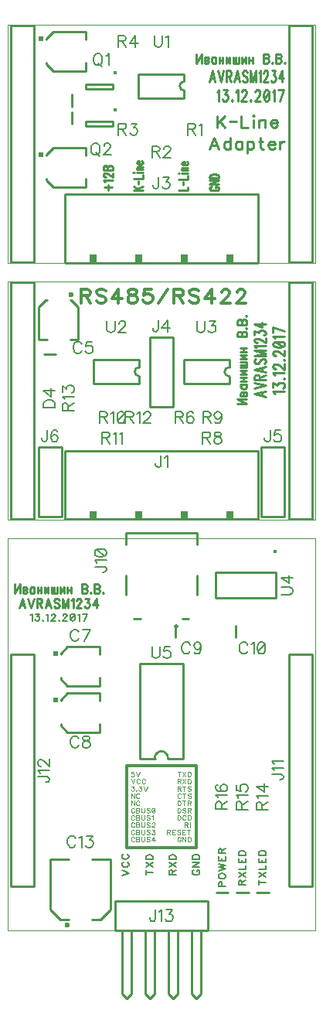
<source format=gbr>
G04 DipTrace 3.1.0.1*
G04 Âåðõíÿÿìàðêèðîâêà.gbr*
%MOIN*%
G04 #@! TF.FileFunction,Legend,Top*
G04 #@! TF.Part,Single*
%ADD10C,0.009843*%
%ADD15C,0.001312*%
%ADD16C,0.012992*%
%ADD17C,0.023676*%
%ADD26C,0.015404*%
%ADD30C,0.023616*%
%ADD34C,0.02362*%
%ADD36C,0.019654*%
%ADD39C,0.015403*%
%ADD89C,0.00772*%
%ADD90C,0.010936*%
%ADD91C,0.008749*%
%ADD92C,0.013123*%
%ADD93C,0.004374*%
%ADD94C,0.006562*%
%FSLAX26Y26*%
G04*
G70*
G90*
G75*
G01*
G04 TopSilk*
%LPD*%
X334646Y3872375D2*
D10*
X334669Y3836943D1*
X334646Y3872375D2*
X194948D1*
X165389Y3842851D2*
X194948Y3872375D1*
X165389Y3842851D2*
X165365Y3836943D1*
X334669Y3738517D2*
X334646Y3703084D1*
X194948D1*
X165389Y3732608D2*
X194948Y3703084D1*
X165365Y3738517D2*
X165389Y3732608D1*
D17*
X143737Y3842859D3*
X334646Y3372318D2*
D10*
X334669Y3336885D1*
X334646Y3372318D2*
X194948D1*
X165389Y3342793D2*
X194948Y3372318D1*
X165389Y3342793D2*
X165365Y3336885D1*
X334669Y3238459D2*
X334646Y3203026D1*
X194948D1*
X165389Y3232551D2*
X194948Y3203026D1*
X165365Y3238459D2*
X165389Y3232551D1*
D17*
X143737Y3342802D3*
X274794Y3600778D2*
D10*
Y3549636D1*
Y3525770D2*
Y3474629D1*
X245238Y2876476D2*
X1079883D1*
Y3171752D1*
X245238D1*
Y2876476D1*
G36*
X351571Y2911230D2*
X383038D1*
Y2879724D1*
X351571D1*
Y2911230D1*
G37*
G36*
X548381D2*
X579847D1*
Y2879724D1*
X548381D1*
Y2911230D1*
G37*
G36*
X745190D2*
X776656D1*
Y2879724D1*
X745190D1*
Y2911230D1*
G37*
G36*
X942167D2*
X973633D1*
Y2879724D1*
X942167D1*
Y2911230D1*
G37*
X111710Y3897530D2*
D10*
X13285D1*
Y2877845D1*
X111710D1*
Y3897530D1*
X1311836D2*
X1213411D1*
Y2877845D1*
X1311836D1*
Y3897530D1*
D26*
X462135Y3696177D3*
X452934Y3646036D2*
D10*
X334829D1*
Y3626350D1*
X452934D1*
Y3646036D1*
D26*
X462135Y3533660D3*
X452934Y3483518D2*
D10*
X334829D1*
Y3463833D1*
X452934D1*
Y3483518D1*
X760988Y3688902D2*
X564133D1*
X760988Y3586526D2*
X564133D1*
Y3688902D2*
Y3586526D1*
X760988Y3657408D2*
Y3688902D1*
Y3618019D2*
Y3586526D1*
Y3657408D2*
G03X760988Y3618019I9J-19694D01*
G01*
X303542Y2546723D2*
X268109Y2546699D1*
X303542Y2546723D2*
Y2686421D1*
X274018Y2715980D2*
X303542Y2686421D1*
X274018Y2715980D2*
X268109Y2716004D1*
X169683Y2546699D2*
X134251Y2546723D1*
Y2686421D1*
X163775Y2715980D2*
X134251Y2686421D1*
X169683Y2716004D2*
X163775Y2715980D1*
D30*
X274026Y2737632D3*
X155822Y2481110D2*
D10*
X206963D1*
X245301Y1770193D2*
X1079946D1*
Y2065469D1*
X245301D1*
Y1770193D1*
G36*
X351634Y1804947D2*
X383101D1*
Y1773441D1*
X351634D1*
Y1804947D1*
G37*
G36*
X548444D2*
X579910D1*
Y1773441D1*
X548444D1*
Y1804947D1*
G37*
G36*
X745253D2*
X776719D1*
Y1773441D1*
X745253D1*
Y1804947D1*
G37*
G36*
X942230D2*
X973696D1*
Y1773441D1*
X942230D1*
Y1804947D1*
G37*
X712698Y2556309D2*
D10*
X612693D1*
Y2256347D1*
X712698D1*
Y2556309D1*
X1193877Y2081350D2*
X1093871D1*
Y1781388D1*
X1193877D1*
Y2081350D1*
X231381D2*
X131375D1*
Y1781388D1*
X231381D1*
Y2081350D1*
X111836Y2791211D2*
X13411D1*
Y1771526D1*
X111836D1*
Y2791211D1*
X1311836D2*
X1213411D1*
Y1771526D1*
X1311836D1*
Y2791211D1*
X567300Y2457507D2*
X370446D1*
X567300Y2355131D2*
X370446D1*
Y2457507D2*
Y2355131D1*
X567300Y2426013D2*
Y2457507D1*
Y2386624D2*
Y2355131D1*
Y2426013D2*
G03X567300Y2386624I9J-19694D01*
G01*
X954800Y2457507D2*
X757946D1*
X954800Y2355131D2*
X757946D1*
Y2457507D2*
Y2355131D1*
X954800Y2426013D2*
Y2457507D1*
Y2386624D2*
Y2355131D1*
Y2426013D2*
G03X954800Y2386624I9J-19694D01*
G01*
X397300Y1222264D2*
X397324Y1186831D1*
X397300Y1222264D2*
X257603D1*
X228043Y1192739D2*
X257603Y1222264D1*
X228043Y1192739D2*
X228020Y1186831D1*
X397324Y1088405D2*
X397300Y1052972D1*
X257603D1*
X228043Y1082497D2*
X257603Y1052972D1*
X228020Y1088405D2*
X228043Y1082497D1*
D17*
X206392Y1192748D3*
X397300Y1022243D2*
D10*
X397324Y986810D1*
X397300Y1022243D2*
X257603D1*
X228043Y992718D2*
X257603Y1022243D1*
X228043Y992718D2*
X228020Y986810D1*
X397324Y888384D2*
X397300Y852951D1*
X257603D1*
X228043Y882476D2*
X257603Y852951D1*
X228020Y888384D2*
X228043Y882476D1*
D17*
X206392Y992727D3*
X721238Y1261928D2*
D10*
Y1313070D1*
X983738Y1261928D2*
Y1313070D1*
X182610Y304921D2*
X263317Y304953D1*
X182610Y304921D2*
Y88415D1*
X225926Y45121D2*
X182610Y88415D1*
X225926Y45121D2*
X263317D1*
X361746Y304953D2*
X442453Y304921D1*
Y88415D1*
X399137Y45121D2*
X442453Y88415D1*
X361746Y45121D2*
X399137D1*
D34*
X255457Y21466D3*
X1074430Y162277D2*
D10*
X1125572D1*
X986930D2*
X1038072D1*
X899525Y162290D2*
X950667D1*
X816043Y1711908D2*
X508955D1*
X816043D2*
Y1662715D1*
Y1529605D2*
Y1445357D1*
X780596Y1341845D2*
X753046D1*
X571951D2*
X544401D1*
X508955Y1445357D2*
Y1529605D1*
Y1662715D2*
Y1711908D1*
D36*
X725496Y1308361D3*
X1312501Y1187519D2*
D10*
X1212499D1*
Y187478D1*
X1312501D1*
Y1187519D1*
X112501D2*
X12499D1*
Y187478D1*
X112501D1*
Y1187519D1*
X462568Y125007D2*
X862581D1*
Y26D1*
X462568D1*
Y125007D1*
X493809Y26D2*
Y-274940D1*
X531330Y26D2*
Y-274940D1*
X493809D2*
X512530Y-294904D1*
X531330Y-274940D2*
X512530Y-294904D1*
X593813Y26D2*
Y-274940D1*
X631334Y26D2*
Y-274940D1*
X593813D2*
X612533Y-294904D1*
X631334Y-274940D2*
X612533Y-294904D1*
X693816Y26D2*
Y-274940D1*
X731337Y26D2*
Y-274940D1*
X693816D2*
X712536Y-294904D1*
X731337Y-274940D2*
X712536Y-294904D1*
X793819Y26D2*
Y-274940D1*
X831340Y26D2*
Y-274940D1*
X793819D2*
X812540Y-294904D1*
X831340Y-274940D2*
X812540Y-294904D1*
D39*
X1153879Y1631866D3*
X1154918Y1542617D2*
D10*
X895089D1*
X1154918Y1432381D2*
X895089D1*
Y1542617D2*
Y1432381D1*
X1154918Y1542617D2*
Y1432381D1*
X757001Y739025D2*
Y1148474D1*
X567997Y739025D2*
Y1148474D1*
X757001D2*
X567997D1*
X757001Y739025D2*
X690066D1*
X634931D2*
X567997D1*
X690066D2*
G03X634931Y739025I-27568J3711D01*
G01*
X-9Y2793875D2*
D15*
X1325130D1*
Y1768768D1*
X-9D1*
Y2793875D1*
Y3900241D2*
X1325130D1*
Y2875134D1*
X-9D1*
Y3900241D1*
X511528Y707776D2*
D16*
X813220D1*
Y356319D1*
X511528D1*
Y707776D1*
X-8Y1687604D2*
D15*
X1325131D1*
Y-73D1*
X-8D1*
Y1687604D1*
X650060Y3244975D2*
D89*
Y3206729D1*
X647683Y3199543D1*
X645251Y3197167D1*
X640498Y3194735D1*
X635690D1*
X630937Y3197167D1*
X628560Y3199543D1*
X626128Y3206729D1*
Y3211482D1*
X670308Y3244920D2*
X696561D1*
X682246Y3225797D1*
X689431D1*
X694184Y3223420D1*
X696561Y3221043D1*
X698993Y3213858D1*
Y3209105D1*
X696561Y3201920D1*
X691807Y3197112D1*
X684622Y3194735D1*
X677437D1*
X670308Y3197112D1*
X667931Y3199543D1*
X665499Y3204297D1*
X383836Y3777112D2*
X379083Y3774790D1*
X374275Y3769982D1*
X371898Y3765173D1*
X369466Y3757988D1*
Y3746050D1*
X371898Y3738865D1*
X374275Y3734112D1*
X379083Y3729303D1*
X383836Y3726927D1*
X393398D1*
X398206Y3729303D1*
X402959Y3734112D1*
X405336Y3738865D1*
X407768Y3746050D1*
Y3757988D1*
X405336Y3765173D1*
X402959Y3769982D1*
X398206Y3774790D1*
X393398Y3777112D1*
X383836D1*
X391021Y3736488D2*
X405336Y3722118D1*
X423207Y3767495D2*
X428016Y3769926D1*
X435201Y3777056D1*
Y3726872D1*
X373086Y3390772D2*
X368333Y3388451D1*
X363525Y3383643D1*
X361148Y3378834D1*
X358716Y3371649D1*
Y3359711D1*
X361148Y3352526D1*
X363525Y3347773D1*
X368333Y3342964D1*
X373086Y3340588D1*
X382648D1*
X387456Y3342964D1*
X392209Y3347773D1*
X394586Y3352526D1*
X397018Y3359711D1*
Y3371649D1*
X394586Y3378834D1*
X392209Y3383643D1*
X387456Y3388451D1*
X382648Y3390772D1*
X373086D1*
X380271Y3350149D2*
X394586Y3335779D1*
X414889Y3378779D2*
Y3381155D1*
X417266Y3385964D1*
X419642Y3388340D1*
X424451Y3390717D1*
X434012D1*
X438765Y3388340D1*
X441142Y3385964D1*
X443574Y3381155D1*
Y3376402D1*
X441142Y3371594D1*
X436389Y3364464D1*
X412457Y3340532D1*
X445951D1*
X775862Y3452573D2*
X797362D1*
X804547Y3455005D1*
X806979Y3457381D1*
X809356Y3462134D1*
Y3466943D1*
X806979Y3471696D1*
X804547Y3474128D1*
X797362Y3476505D1*
X775862D1*
Y3426265D1*
X792609Y3452573D2*
X809356Y3426265D1*
X824795Y3466888D2*
X829603Y3469320D1*
X836788Y3476449D1*
Y3426265D1*
X621245Y3354774D2*
X642745D1*
X649930Y3357206D1*
X652362Y3359582D1*
X654738Y3364335D1*
Y3369144D1*
X652362Y3373897D1*
X649930Y3376329D1*
X642745Y3378705D1*
X621245D1*
Y3328465D1*
X637992Y3354774D2*
X654738Y3328465D1*
X672609Y3366712D2*
Y3369088D1*
X674986Y3373897D1*
X677363Y3376273D1*
X682171Y3378650D1*
X691733D1*
X696486Y3376273D1*
X698863Y3373897D1*
X701294Y3369088D1*
Y3364335D1*
X698863Y3359527D1*
X694109Y3352397D1*
X670178Y3328465D1*
X703671D1*
X477582Y3452573D2*
X499082D1*
X506267Y3455005D1*
X508699Y3457381D1*
X511076Y3462134D1*
Y3466943D1*
X508699Y3471696D1*
X506267Y3474128D1*
X499082Y3476505D1*
X477582D1*
Y3426265D1*
X494329Y3452573D2*
X511076Y3426265D1*
X531323Y3476449D2*
X557576D1*
X543262Y3457326D1*
X550447D1*
X555200Y3454949D1*
X557576Y3452573D1*
X560008Y3445388D1*
Y3440635D1*
X557576Y3433450D1*
X552823Y3428641D1*
X545638Y3426265D1*
X538453D1*
X531323Y3428641D1*
X528947Y3431073D1*
X526515Y3435826D1*
X476394Y3831256D2*
X497894D1*
X505079Y3833688D1*
X507511Y3836064D1*
X509887Y3840818D1*
Y3845626D1*
X507511Y3850379D1*
X505079Y3852811D1*
X497894Y3855188D1*
X476394D1*
Y3804948D1*
X493141Y3831256D2*
X509887Y3804948D1*
X549258D2*
Y3855132D1*
X525327Y3821694D1*
X561197D1*
X632097Y3856606D2*
Y3820736D1*
X634474Y3813551D1*
X639282Y3808798D1*
X646467Y3806366D1*
X651221D1*
X658406Y3808798D1*
X663214Y3813551D1*
X665591Y3820736D1*
Y3856606D1*
X681030Y3846989D2*
X685838Y3849421D1*
X693023Y3856551D1*
Y3806366D1*
X318626Y2524201D2*
X316250Y2528954D1*
X311441Y2533762D1*
X306688Y2536139D1*
X297126D1*
X292318Y2533762D1*
X287565Y2528954D1*
X285133Y2524201D1*
X282756Y2517016D1*
Y2505022D1*
X285133Y2497893D1*
X287565Y2493084D1*
X292318Y2488331D1*
X297126Y2485899D1*
X306688D1*
X311441Y2488331D1*
X316250Y2493084D1*
X318626Y2497893D1*
X362750Y2536084D2*
X338874D1*
X336497Y2514584D1*
X338874Y2516961D1*
X346059Y2519392D1*
X353189D1*
X360374Y2516961D1*
X365182Y2512207D1*
X367559Y2505022D1*
Y2500269D1*
X365182Y2493084D1*
X360374Y2488276D1*
X353189Y2485899D1*
X346059D1*
X338874Y2488276D1*
X336497Y2490708D1*
X334065Y2495461D1*
X153650Y2251060D2*
X203890D1*
Y2267806D1*
X201458Y2274991D1*
X196705Y2279800D1*
X191896Y2282176D1*
X184766Y2284553D1*
X172773D1*
X165588Y2282176D1*
X160835Y2279800D1*
X156026Y2274991D1*
X153650Y2267806D1*
Y2251060D1*
X203890Y2323924D2*
X153705D1*
X187143Y2299992D1*
Y2335862D1*
X660873Y2044932D2*
Y2006685D1*
X658496Y1999500D1*
X656064Y1997124D1*
X651311Y1994692D1*
X646503D1*
X641750Y1997124D1*
X639373Y1999500D1*
X636941Y2006685D1*
Y2011438D1*
X676312Y2035315D2*
X681121Y2037747D1*
X688306Y2044876D1*
Y1994692D1*
X649007Y2629532D2*
Y2591286D1*
X646630Y2584101D1*
X644198Y2581724D1*
X639445Y2579292D1*
X634637D1*
X629884Y2581724D1*
X627507Y2584101D1*
X625075Y2591286D1*
Y2596039D1*
X688378Y2579292D2*
Y2629477D1*
X664446Y2596039D1*
X700316D1*
X1131374Y2154573D2*
Y2116326D1*
X1128997Y2109141D1*
X1126565Y2106765D1*
X1121812Y2104333D1*
X1117003D1*
X1112250Y2106765D1*
X1109874Y2109141D1*
X1107442Y2116326D1*
Y2121079D1*
X1175498Y2154518D2*
X1151621D1*
X1149245Y2133018D1*
X1151621Y2135394D1*
X1158806Y2137826D1*
X1165936D1*
X1173121Y2135394D1*
X1177930Y2130641D1*
X1180306Y2123456D1*
Y2118703D1*
X1177930Y2111518D1*
X1173121Y2106709D1*
X1165936Y2104333D1*
X1158806D1*
X1151621Y2106709D1*
X1149245Y2109141D1*
X1146813Y2113894D1*
X170093Y2154573D2*
Y2116326D1*
X167717Y2109141D1*
X165285Y2106765D1*
X160532Y2104333D1*
X155723D1*
X150970Y2106765D1*
X148594Y2109141D1*
X146162Y2116326D1*
Y2121079D1*
X214218Y2147388D2*
X211841Y2152141D1*
X204656Y2154518D1*
X199903D1*
X192718Y2152141D1*
X187909Y2144956D1*
X185533Y2133018D1*
Y2121079D1*
X187909Y2111518D1*
X192718Y2106709D1*
X199903Y2104333D1*
X202279D1*
X209409Y2106709D1*
X214218Y2111518D1*
X216594Y2118703D1*
Y2121079D1*
X214218Y2128265D1*
X209409Y2133018D1*
X202279Y2135394D1*
X199903D1*
X192718Y2133018D1*
X187909Y2128265D1*
X185533Y2121079D1*
X722626Y2210189D2*
X744126D1*
X751311Y2212621D1*
X753743Y2214997D1*
X756120Y2219751D1*
Y2224559D1*
X753743Y2229312D1*
X751311Y2231744D1*
X744126Y2234121D1*
X722626D1*
Y2183881D1*
X739373Y2210189D2*
X756120Y2183881D1*
X800244Y2226936D2*
X797867Y2231689D1*
X790682Y2234065D1*
X785929D1*
X778744Y2231689D1*
X773936Y2224504D1*
X771559Y2212566D1*
Y2200627D1*
X773936Y2191066D1*
X778744Y2186257D1*
X785929Y2183881D1*
X788306D1*
X795435Y2186257D1*
X800244Y2191066D1*
X802620Y2198251D1*
Y2200627D1*
X800244Y2207812D1*
X795435Y2212566D1*
X788306Y2214942D1*
X785929D1*
X778744Y2212566D1*
X773936Y2207812D1*
X771559Y2200627D1*
X840176Y2122680D2*
X861675D1*
X868860Y2125112D1*
X871292Y2127488D1*
X873669Y2132241D1*
Y2137050D1*
X871292Y2141803D1*
X868860Y2144235D1*
X861675Y2146612D1*
X840176D1*
Y2096372D1*
X856922Y2122680D2*
X873669Y2096372D1*
X901046Y2146556D2*
X893917Y2144180D1*
X891485Y2139426D1*
Y2134618D1*
X893917Y2129865D1*
X898670Y2127433D1*
X908231Y2125056D1*
X915416Y2122680D1*
X920170Y2117871D1*
X922546Y2113118D1*
Y2105933D1*
X920170Y2101180D1*
X917793Y2098748D1*
X910608Y2096372D1*
X901046D1*
X893917Y2098748D1*
X891485Y2101180D1*
X889108Y2105933D1*
Y2113118D1*
X891485Y2117871D1*
X896293Y2122680D1*
X903423Y2125056D1*
X912985Y2127433D1*
X917793Y2129865D1*
X920170Y2134618D1*
Y2139426D1*
X917793Y2144180D1*
X910608Y2146556D1*
X901046D1*
X841336Y2210180D2*
X862836D1*
X870021Y2212612D1*
X872453Y2214988D1*
X874830Y2219741D1*
Y2224550D1*
X872453Y2229303D1*
X870021Y2231735D1*
X862836Y2234112D1*
X841336D1*
Y2183872D1*
X858083Y2210180D2*
X874830Y2183872D1*
X921386Y2217365D2*
X918954Y2210180D1*
X914201Y2205371D1*
X907015Y2202995D1*
X904639D1*
X897454Y2205371D1*
X892701Y2210180D1*
X890269Y2217365D1*
Y2219741D1*
X892701Y2226926D1*
X897454Y2231680D1*
X904639Y2234056D1*
X907015D1*
X914201Y2231680D1*
X918954Y2226926D1*
X921386Y2217365D1*
Y2205371D1*
X918954Y2193433D1*
X914201Y2186248D1*
X907015Y2183872D1*
X902262D1*
X895077Y2186248D1*
X892701Y2191057D1*
X395206Y2210180D2*
X416706D1*
X423891Y2212612D1*
X426323Y2214988D1*
X428699Y2219741D1*
Y2224550D1*
X426323Y2229303D1*
X423891Y2231735D1*
X416706Y2234112D1*
X395206D1*
Y2183872D1*
X411953Y2210180D2*
X428699Y2183872D1*
X444138Y2224495D2*
X448947Y2226926D1*
X456132Y2234056D1*
Y2183872D1*
X485941Y2234056D2*
X478756Y2231680D1*
X473948Y2224495D1*
X471571Y2212556D1*
Y2205371D1*
X473948Y2193433D1*
X478756Y2186248D1*
X485941Y2183872D1*
X490694D1*
X497879Y2186248D1*
X502633Y2193433D1*
X505064Y2205371D1*
Y2212556D1*
X502633Y2224495D1*
X497879Y2231680D1*
X490694Y2234056D1*
X485941D1*
X502633Y2224495D2*
X473948Y2193433D1*
X405956Y2122680D2*
X427456D1*
X434641Y2125112D1*
X437073Y2127488D1*
X439449Y2132241D1*
Y2137050D1*
X437073Y2141803D1*
X434641Y2144235D1*
X427456Y2146612D1*
X405956D1*
Y2096372D1*
X422702Y2122680D2*
X439449Y2096372D1*
X454888Y2136995D2*
X459697Y2139426D1*
X466882Y2146556D1*
Y2096372D1*
X482321Y2136995D2*
X487130Y2139426D1*
X494315Y2146556D1*
Y2096372D1*
X507694Y2210189D2*
X529194D1*
X536379Y2212621D1*
X538811Y2214997D1*
X541187Y2219751D1*
Y2224559D1*
X538811Y2229312D1*
X536379Y2231744D1*
X529194Y2234121D1*
X507694D1*
Y2183881D1*
X524441Y2210189D2*
X541187Y2183881D1*
X556627Y2224504D2*
X561435Y2226936D1*
X568620Y2234065D1*
Y2183881D1*
X586491Y2222127D2*
Y2224504D1*
X588868Y2229312D1*
X591244Y2231689D1*
X596053Y2234065D1*
X605614D1*
X610368Y2231689D1*
X612744Y2229312D1*
X615176Y2224504D1*
Y2219751D1*
X612744Y2214942D1*
X607991Y2207812D1*
X584059Y2183881D1*
X617553D1*
X258840Y2238887D2*
Y2260387D1*
X256408Y2267572D1*
X254031Y2270004D1*
X249278Y2272380D1*
X244470D1*
X239717Y2270004D1*
X237285Y2267572D1*
X234908Y2260387D1*
Y2238887D1*
X285148D1*
X258840Y2255634D2*
X285148Y2272380D1*
X244525Y2287820D2*
X242093Y2292628D1*
X234963Y2299813D1*
X285148D1*
X234963Y2320061D2*
Y2346314D1*
X254087Y2331999D1*
Y2339184D1*
X256463Y2343937D1*
X258840Y2346314D1*
X266025Y2348746D1*
X270778D1*
X277963Y2346314D1*
X282772Y2341561D1*
X285148Y2334376D1*
Y2327190D1*
X282772Y2320061D1*
X280340Y2317684D1*
X275587Y2315252D1*
X427660Y2625211D2*
Y2589341D1*
X430036Y2582156D1*
X434845Y2577403D1*
X442030Y2574971D1*
X446783D1*
X453968Y2577403D1*
X458776Y2582156D1*
X461153Y2589341D1*
Y2625211D1*
X479024Y2613218D2*
Y2615594D1*
X481401Y2620403D1*
X483777Y2622779D1*
X488586Y2625156D1*
X498147D1*
X502901Y2622779D1*
X505277Y2620403D1*
X507709Y2615594D1*
Y2610841D1*
X505277Y2606033D1*
X500524Y2598903D1*
X476592Y2574971D1*
X510086D1*
X815160Y2625211D2*
Y2589341D1*
X817536Y2582156D1*
X822345Y2577403D1*
X829530Y2574971D1*
X834283D1*
X841468Y2577403D1*
X846276Y2582156D1*
X848653Y2589341D1*
Y2625211D1*
X868901Y2625156D2*
X895154D1*
X880839Y2606033D1*
X888024D1*
X892777Y2603656D1*
X895154Y2601280D1*
X897586Y2594095D1*
Y2589341D1*
X895154Y2582156D1*
X890401Y2577348D1*
X883216Y2574971D1*
X876031D1*
X868901Y2577348D1*
X866524Y2579780D1*
X864092Y2584533D1*
X306141Y1283549D2*
X303764Y1288302D1*
X298956Y1293110D1*
X294202Y1295487D1*
X284641D1*
X279832Y1293110D1*
X275079Y1288302D1*
X272647Y1283549D1*
X270271Y1276364D1*
Y1264370D1*
X272647Y1257240D1*
X275079Y1252432D1*
X279832Y1247679D1*
X284641Y1245247D1*
X294202D1*
X298956Y1247679D1*
X303764Y1252432D1*
X306141Y1257240D1*
X331141Y1245247D2*
X355073Y1295432D1*
X321580D1*
X306168Y824055D2*
X303792Y828808D1*
X298983Y833616D1*
X294230Y835993D1*
X284668D1*
X279860Y833616D1*
X275107Y828808D1*
X272675Y824055D1*
X270298Y816869D1*
Y804876D1*
X272675Y797746D1*
X275107Y792938D1*
X279860Y788185D1*
X284668Y785753D1*
X294230D1*
X298983Y788185D1*
X303792Y792938D1*
X306168Y797746D1*
X333546Y835937D2*
X326416Y833561D1*
X323984Y828808D1*
Y823999D1*
X326416Y819246D1*
X331169Y816814D1*
X340731Y814438D1*
X347916Y812061D1*
X352669Y807253D1*
X355046Y802499D1*
Y795314D1*
X352669Y790561D1*
X350292Y788129D1*
X343107Y785753D1*
X333546D1*
X326416Y788129D1*
X323984Y790561D1*
X321607Y795314D1*
Y802499D1*
X323984Y807253D1*
X328793Y812061D1*
X335922Y814438D1*
X345484Y816814D1*
X350292Y819246D1*
X352669Y823999D1*
Y828808D1*
X350292Y833561D1*
X343107Y835937D1*
X333546D1*
X786771Y1229074D2*
X784395Y1233827D1*
X779586Y1238636D1*
X774833Y1241012D1*
X765271D1*
X760463Y1238636D1*
X755710Y1233827D1*
X753278Y1229074D1*
X750901Y1221889D1*
Y1209896D1*
X753278Y1202766D1*
X755710Y1197957D1*
X760463Y1193204D1*
X765271Y1190772D1*
X774833D1*
X779586Y1193204D1*
X784395Y1197957D1*
X786771Y1202766D1*
X833327Y1224266D2*
X830895Y1217081D1*
X826142Y1212272D1*
X818957Y1209896D1*
X816580D1*
X809395Y1212272D1*
X804642Y1217081D1*
X802210Y1224266D1*
Y1226642D1*
X804642Y1233827D1*
X809395Y1238581D1*
X816580Y1240957D1*
X818957D1*
X826142Y1238581D1*
X830895Y1233827D1*
X833327Y1224266D1*
Y1212272D1*
X830895Y1200334D1*
X826142Y1193149D1*
X818957Y1190772D1*
X814204D1*
X807019Y1193149D1*
X804642Y1197957D1*
X1034366Y1229074D2*
X1031990Y1233827D1*
X1027181Y1238636D1*
X1022428Y1241012D1*
X1012867D1*
X1008058Y1238636D1*
X1003305Y1233827D1*
X1000873Y1229074D1*
X998497Y1221889D1*
Y1209896D1*
X1000873Y1202766D1*
X1003305Y1197957D1*
X1008058Y1193204D1*
X1012867Y1190772D1*
X1022428D1*
X1027181Y1193204D1*
X1031990Y1197957D1*
X1034366Y1202766D1*
X1049806Y1231396D2*
X1054614Y1233827D1*
X1061799Y1240957D1*
Y1190772D1*
X1091609Y1240957D2*
X1084423Y1238581D1*
X1079615Y1231396D1*
X1077238Y1219457D1*
Y1212272D1*
X1079615Y1200334D1*
X1084423Y1193149D1*
X1091609Y1190772D1*
X1096362D1*
X1103547Y1193149D1*
X1108300Y1200334D1*
X1110732Y1212272D1*
Y1219457D1*
X1108300Y1231396D1*
X1103547Y1238581D1*
X1096362Y1240957D1*
X1091609D1*
X1108300Y1231396D2*
X1079615Y1200334D1*
X292284Y394766D2*
X289907Y399520D1*
X285099Y404328D1*
X280346Y406705D1*
X270784D1*
X265976Y404328D1*
X261222Y399520D1*
X258790Y394766D1*
X256414Y387581D1*
Y375588D1*
X258790Y368458D1*
X261222Y363650D1*
X265976Y358897D1*
X270784Y356465D1*
X280346D1*
X285099Y358897D1*
X289907Y363650D1*
X292284Y368458D1*
X307723Y397088D2*
X312531Y399520D1*
X319717Y406649D1*
Y356465D1*
X339964Y406649D2*
X366217D1*
X351902Y387526D1*
X359087D1*
X363841Y385150D1*
X366217Y382773D1*
X368649Y375588D1*
Y370835D1*
X366217Y363650D1*
X361464Y358841D1*
X354279Y356465D1*
X347094D1*
X339964Y358841D1*
X337588Y361273D1*
X335156Y366026D1*
X374709Y1566508D2*
X412955D1*
X420140Y1564131D1*
X422517Y1561699D1*
X424949Y1556946D1*
Y1552138D1*
X422517Y1547384D1*
X420140Y1545008D1*
X412955Y1542576D1*
X408202D1*
X384326Y1581947D2*
X381894Y1586755D1*
X374764Y1593940D1*
X424949D1*
X374764Y1623750D2*
X377141Y1616565D1*
X384326Y1611756D1*
X396264Y1609380D1*
X403449D1*
X415387Y1611756D1*
X422572Y1616565D1*
X424949Y1623750D1*
Y1628503D1*
X422572Y1635688D1*
X415387Y1640441D1*
X403449Y1642873D1*
X396264D1*
X384326Y1640441D1*
X377141Y1635688D1*
X374764Y1628503D1*
Y1623750D1*
X384326Y1640441D2*
X415387Y1611756D1*
X1139276Y672032D2*
X1177523D1*
X1184708Y669655D1*
X1187084Y667223D1*
X1189516Y662470D1*
Y657662D1*
X1187084Y652909D1*
X1184708Y650532D1*
X1177523Y648100D1*
X1172770D1*
X1148893Y687471D2*
X1146461Y692280D1*
X1139332Y699465D1*
X1189516D1*
X1148893Y714904D2*
X1146461Y719712D1*
X1139332Y726897D1*
X1189516D1*
X129459Y661282D2*
X167706D1*
X174891Y658905D1*
X177268Y656474D1*
X179699Y651720D1*
Y646912D1*
X177268Y642159D1*
X174891Y639782D1*
X167706Y637350D1*
X162953D1*
X139076Y676721D2*
X136644Y681530D1*
X129515Y688715D1*
X179699D1*
X141453Y706586D2*
X139076D1*
X134268Y708962D1*
X131891Y711339D1*
X129515Y716147D1*
Y725709D1*
X131891Y730462D1*
X134268Y732839D1*
X139076Y735271D1*
X143829D1*
X148638Y732839D1*
X155768Y728086D1*
X179699Y704154D1*
Y737647D1*
X636358Y87589D2*
Y49343D1*
X633981Y42158D1*
X631550Y39781D1*
X626796Y37349D1*
X621988D1*
X617235Y39781D1*
X614858Y42158D1*
X612426Y49343D1*
Y54096D1*
X651797Y77972D2*
X656606Y80404D1*
X663791Y87534D1*
Y37349D1*
X684038Y87534D2*
X710291D1*
X695977Y68411D1*
X703162D1*
X707915Y66034D1*
X710291Y63658D1*
X712723Y56472D1*
Y51719D1*
X710291Y44534D1*
X705538Y39726D1*
X698353Y37349D1*
X691168D1*
X684038Y39726D1*
X681662Y42158D1*
X679230Y46911D1*
X1095411Y518896D2*
Y540395D1*
X1092980Y547580D1*
X1090603Y550012D1*
X1085850Y552389D1*
X1081041D1*
X1076288Y550012D1*
X1073856Y547580D1*
X1071480Y540395D1*
Y518896D1*
X1121720D1*
X1095411Y535642D2*
X1121720Y552389D1*
X1081097Y567828D2*
X1078665Y572637D1*
X1071535Y579822D1*
X1121720D1*
Y619193D2*
X1071535D1*
X1104973Y595261D1*
Y631131D1*
X1008690Y520084D2*
Y541584D1*
X1006258Y548769D1*
X1003882Y551201D1*
X999129Y553577D1*
X994320D1*
X989567Y551201D1*
X987135Y548769D1*
X984759Y541584D1*
Y520084D1*
X1034999D1*
X1008690Y536831D2*
X1034999Y553577D1*
X994376Y569016D2*
X991944Y573825D1*
X984814Y581010D1*
X1034999D1*
X984814Y625134D2*
Y601258D1*
X1006314Y598881D1*
X1003937Y601258D1*
X1001505Y608443D1*
Y615572D1*
X1003937Y622757D1*
X1008690Y627566D1*
X1015875Y629942D1*
X1020629D1*
X1027814Y627566D1*
X1032622Y622757D1*
X1034999Y615572D1*
Y608443D1*
X1032622Y601258D1*
X1030190Y598881D1*
X1025437Y596449D1*
X921285Y521346D2*
Y542846D1*
X918853Y550031D1*
X916476Y552462D1*
X911723Y554839D1*
X906915D1*
X902162Y552463D1*
X899730Y550031D1*
X897353Y542846D1*
Y521346D1*
X947593D1*
X921285Y538092D2*
X947593Y554839D1*
X906970Y570278D2*
X904538Y575087D1*
X897408Y582272D1*
X947593D1*
X904538Y626396D2*
X899785Y624019D1*
X897408Y616834D1*
Y612081D1*
X899785Y604896D1*
X906970Y600088D1*
X918908Y597711D1*
X930846D1*
X940408Y600088D1*
X945216Y604896D1*
X947593Y612081D1*
Y614458D1*
X945216Y621587D1*
X940408Y626396D1*
X933223Y628772D1*
X930846D1*
X923661Y626396D1*
X918908Y621587D1*
X916532Y614458D1*
Y612081D1*
X918908Y604896D1*
X923661Y600088D1*
X930846Y597711D1*
X1178539Y1445098D2*
X1214409D1*
X1221594Y1447474D1*
X1226348Y1452283D1*
X1228779Y1459468D1*
Y1464221D1*
X1226348Y1471406D1*
X1221594Y1476214D1*
X1214409Y1478591D1*
X1178539D1*
X1228779Y1517962D2*
X1178595D1*
X1212033Y1494030D1*
Y1529900D1*
X621286Y1221697D2*
Y1185827D1*
X623662Y1178642D1*
X628471Y1173889D1*
X635656Y1171457D1*
X640409D1*
X647594Y1173889D1*
X652402Y1178642D1*
X654779Y1185827D1*
Y1221697D1*
X698903Y1221642D2*
X675027D1*
X672650Y1200142D1*
X675027Y1202518D1*
X682212Y1204950D1*
X689342D1*
X696527Y1202518D1*
X701335Y1197765D1*
X703712Y1190580D1*
Y1185827D1*
X701335Y1178642D1*
X696527Y1173833D1*
X689342Y1171457D1*
X682212D1*
X675027Y1173833D1*
X672650Y1176265D1*
X670218Y1181018D1*
X902273Y3509916D2*
D90*
Y3459676D1*
X935766Y3509916D2*
X902273Y3476423D1*
X914211Y3488416D2*
X935766Y3459676D1*
X957638Y3484768D2*
X985273D1*
X1007145Y3509916D2*
Y3459676D1*
X1035830D1*
X1057702Y3509916D2*
X1060079Y3507539D1*
X1062511Y3509916D1*
X1060079Y3512348D1*
X1057702Y3509916D1*
X1060079Y3493169D2*
Y3459676D1*
X1084383Y3493169D2*
Y3459676D1*
Y3483608D2*
X1091568Y3490793D1*
X1096377Y3493169D1*
X1103506D1*
X1108315Y3490793D1*
X1110691Y3483608D1*
Y3459676D1*
X1132564Y3478799D2*
X1161248D1*
Y3483608D1*
X1158872Y3488416D1*
X1156495Y3490793D1*
X1151687Y3493169D1*
X1144502D1*
X1139749Y3490793D1*
X1134940Y3485984D1*
X1132564Y3478799D1*
Y3474046D1*
X1134940Y3466861D1*
X1139749Y3462108D1*
X1144502Y3459676D1*
X1151687D1*
X1156495Y3462108D1*
X1161248Y3466861D1*
X542751Y3189478D2*
D91*
X582943D1*
X542751Y3205555D2*
X569546Y3189478D1*
X559951Y3195209D2*
X582943Y3205555D1*
X562869Y3216054D2*
Y3229318D1*
X542751Y3239817D2*
X582943D1*
Y3253586D1*
X542751Y3264084D2*
X544653Y3265225D1*
X542751Y3266393D1*
X540806Y3265225D1*
X542751Y3264084D1*
X556149Y3265225D2*
X582943D1*
X556149Y3276891D2*
X582943D1*
X563798D2*
X558050Y3280340D1*
X556149Y3282648D1*
Y3286070D1*
X558050Y3288378D1*
X563798Y3289519D1*
X582943D1*
X567645Y3300018D2*
Y3313787D1*
X563798D1*
X559951Y3312646D1*
X558050Y3311505D1*
X556149Y3309197D1*
Y3305748D1*
X558050Y3303467D1*
X561897Y3301159D1*
X567645Y3300018D1*
X571447D1*
X577195Y3301159D1*
X580998Y3303467D1*
X582943Y3305748D1*
Y3309197D1*
X580998Y3311505D1*
X577195Y3313787D1*
X737318Y3188683D2*
X777510D1*
Y3202452D1*
X757436Y3212950D2*
Y3226215D1*
X737318Y3236714D2*
X777510D1*
Y3250482D1*
X737318Y3260981D2*
X739219Y3262122D1*
X737318Y3263289D1*
X735373Y3262122D1*
X737318Y3260981D1*
X750716Y3262122D2*
X777510D1*
X750716Y3273788D2*
X777510D1*
X758365D2*
X752617Y3277237D1*
X750716Y3279545D1*
Y3282967D1*
X752617Y3285275D1*
X758365Y3286416D1*
X777510D1*
X762212Y3296915D2*
Y3310683D1*
X758365D1*
X754518Y3309543D1*
X752617Y3308402D1*
X750716Y3306094D1*
Y3302645D1*
X752617Y3300363D1*
X756464Y3298055D1*
X762212Y3296915D1*
X766014D1*
X771762Y3298055D1*
X775565Y3300363D1*
X777510Y3302645D1*
Y3306094D1*
X775565Y3308402D1*
X771762Y3310683D1*
X414805Y3201025D2*
X449249D1*
X432049Y3188985D2*
Y3213096D1*
X419602Y3225344D2*
X417657Y3228037D1*
X411953Y3232060D1*
X452101D1*
X421504Y3245671D2*
X419602D1*
X415755Y3247002D1*
X413854Y3248332D1*
X411953Y3251025D1*
Y3256380D1*
X413854Y3259041D1*
X415755Y3260372D1*
X419602Y3261734D1*
X423405D1*
X427252Y3260372D1*
X432955Y3257711D1*
X452101Y3244309D1*
Y3263065D1*
X411909Y3275314D2*
X452101D1*
Y3287384D1*
X450155Y3291408D1*
X448254Y3292739D1*
X444451Y3294070D1*
X438703D1*
X434857Y3292739D1*
X432955Y3291408D1*
X431054Y3287384D1*
X429109Y3291408D1*
X427207Y3292739D1*
X423405Y3294070D1*
X419558D1*
X415755Y3292739D1*
X413810Y3291408D1*
X411909Y3287384D1*
Y3275314D1*
X431054D2*
Y3287384D1*
X879654Y3204378D2*
X875851Y3203237D1*
X872004Y3200929D1*
X870103Y3198648D1*
Y3194058D1*
X872004Y3191750D1*
X875851Y3189469D1*
X879653Y3188301D1*
X885402Y3187161D1*
X894996D1*
X900700Y3188301D1*
X904547Y3189469D1*
X908349Y3191750D1*
X910295Y3194058D1*
Y3198648D1*
X908349Y3200929D1*
X904547Y3203237D1*
X900700Y3204378D1*
X894996D1*
Y3198648D1*
X870103Y3230954D2*
X910295D1*
X870103Y3214877D1*
X910295D1*
X870103Y3241452D2*
X910295D1*
Y3249491D1*
X908349Y3252940D1*
X904547Y3255248D1*
X900700Y3256388D1*
X894996Y3257529D1*
X885402D1*
X879654Y3256388D1*
X875851Y3255248D1*
X872004Y3252940D1*
X870103Y3249491D1*
Y3241452D1*
X894000Y3653446D2*
D90*
X882493Y3703686D1*
X871019Y3653446D1*
X875330Y3670193D2*
X889689D1*
X907124Y3703686D2*
X918598Y3653446D1*
X930072Y3703686D1*
X943195Y3679755D2*
X956095D1*
X960406Y3682186D1*
X961865Y3684563D1*
X963291Y3689316D1*
Y3694125D1*
X961865Y3698878D1*
X960406Y3701310D1*
X956095Y3703686D1*
X943195D1*
Y3653446D1*
X953243Y3679755D2*
X963291Y3653446D1*
X999395D2*
X987888Y3703686D1*
X976414Y3653446D1*
X980725Y3670193D2*
X995084D1*
X1032615Y3696501D2*
X1029763Y3701310D1*
X1025452Y3703686D1*
X1019715D1*
X1015404Y3701310D1*
X1012519Y3696501D1*
Y3691748D1*
X1013978Y3686940D1*
X1015404Y3684563D1*
X1018256Y3682186D1*
X1026878Y3677378D1*
X1029763Y3675001D1*
X1031189Y3672570D1*
X1032615Y3667816D1*
Y3660631D1*
X1029763Y3655878D1*
X1025452Y3653446D1*
X1019715D1*
X1015404Y3655878D1*
X1012519Y3660631D1*
X1068686Y3653446D2*
Y3703686D1*
X1057212Y3653446D1*
X1045738Y3703686D1*
Y3653446D1*
X1081809Y3694069D2*
X1084694Y3696501D1*
X1089005Y3703631D1*
Y3653446D1*
X1103588Y3691693D2*
Y3694069D1*
X1105014Y3698878D1*
X1106440Y3701254D1*
X1109325Y3703631D1*
X1115062D1*
X1117914Y3701254D1*
X1119340Y3698878D1*
X1120799Y3694069D1*
Y3689316D1*
X1119340Y3684508D1*
X1116488Y3677378D1*
X1102129Y3653446D1*
X1122225D1*
X1138233Y3703631D2*
X1153985D1*
X1145396Y3684508D1*
X1149707D1*
X1152559Y3682131D1*
X1153985Y3679755D1*
X1155444Y3672570D1*
Y3667816D1*
X1153985Y3660631D1*
X1151133Y3655823D1*
X1146822Y3653446D1*
X1142511D1*
X1138233Y3655823D1*
X1136807Y3658255D1*
X1135348Y3663008D1*
X1182927Y3653446D2*
Y3703631D1*
X1168568Y3670193D1*
X1190090D1*
X902273Y3612811D2*
X905638Y3615243D1*
X910668Y3622373D1*
Y3572188D1*
X929344Y3622373D2*
X947722D1*
X937701Y3603249D1*
X942731D1*
X946058Y3600873D1*
X947722Y3598496D1*
X949424Y3591311D1*
Y3586558D1*
X947722Y3579373D1*
X944394Y3574564D1*
X939365Y3572188D1*
X934335D1*
X929344Y3574564D1*
X927681Y3576996D1*
X925979Y3581749D1*
X966398Y3576996D2*
X964734Y3574564D1*
X966398Y3572188D1*
X968100Y3574564D1*
X966398Y3576996D1*
X983411Y3612811D2*
X986777Y3615243D1*
X991806Y3622373D1*
Y3572188D1*
X1008819Y3610434D2*
Y3612811D1*
X1010483Y3617619D1*
X1012147Y3619996D1*
X1015512Y3622373D1*
X1022206D1*
X1025533Y3619996D1*
X1027196Y3617619D1*
X1028899Y3612811D1*
Y3608058D1*
X1027196Y3603249D1*
X1023869Y3596120D1*
X1007117Y3572188D1*
X1030562D1*
X1047537Y3576996D2*
X1045873Y3574564D1*
X1047537Y3572188D1*
X1049239Y3574564D1*
X1047537Y3576996D1*
X1066252Y3610434D2*
Y3612811D1*
X1067915Y3617619D1*
X1069579Y3619996D1*
X1072945Y3622373D1*
X1079638D1*
X1082965Y3619996D1*
X1084629Y3617619D1*
X1086331Y3612811D1*
Y3608058D1*
X1084629Y3603249D1*
X1081302Y3596120D1*
X1064549Y3572188D1*
X1087995D1*
X1113364Y3622373D2*
X1108335Y3619996D1*
X1104969Y3612811D1*
X1103305Y3600873D1*
Y3593688D1*
X1104969Y3581749D1*
X1108335Y3574564D1*
X1113364Y3572188D1*
X1116692D1*
X1121721Y3574564D1*
X1125048Y3581749D1*
X1126751Y3593688D1*
Y3600873D1*
X1125048Y3612811D1*
X1121721Y3619996D1*
X1116692Y3622373D1*
X1113364D1*
X1125048Y3612811D2*
X1104969Y3581749D1*
X1142061Y3612811D2*
X1145427Y3615243D1*
X1150457Y3622373D1*
Y3572188D1*
X1172460D2*
X1189213Y3622373D1*
X1165767D1*
X909321Y3365916D2*
X890143Y3416156D1*
X871019Y3365916D1*
X878204Y3382663D2*
X902136D1*
X959878Y3416156D2*
Y3365916D1*
Y3392224D2*
X955125Y3397033D1*
X950317Y3399409D1*
X943132D1*
X938378Y3397033D1*
X933570Y3392224D1*
X931193Y3385039D1*
Y3380286D1*
X933570Y3373101D1*
X938378Y3368348D1*
X943132Y3365916D1*
X950317D1*
X955125Y3368348D1*
X959878Y3373101D1*
X1010435Y3399409D2*
Y3365916D1*
Y3392224D2*
X1005682Y3397033D1*
X1000874Y3399409D1*
X993744D1*
X988935Y3397033D1*
X984182Y3392224D1*
X981750Y3385039D1*
Y3380286D1*
X984182Y3373101D1*
X988935Y3368348D1*
X993744Y3365916D1*
X1000874D1*
X1005682Y3368348D1*
X1010435Y3373101D1*
X1032308Y3399409D2*
Y3349169D1*
Y3392224D2*
X1037116Y3396978D1*
X1041869Y3399409D1*
X1049054D1*
X1053863Y3396978D1*
X1058616Y3392224D1*
X1061048Y3385039D1*
Y3380231D1*
X1058616Y3373101D1*
X1053863Y3368293D1*
X1049054Y3365916D1*
X1041869D1*
X1037116Y3368293D1*
X1032308Y3373101D1*
X1090105Y3416156D2*
Y3375478D1*
X1092482Y3368348D1*
X1097290Y3365916D1*
X1102043D1*
X1082920Y3399409D2*
X1099667D1*
X1123916Y3385039D2*
X1152600D1*
Y3389848D1*
X1150224Y3394656D1*
X1147847Y3397033D1*
X1143039Y3399409D1*
X1135854D1*
X1131101Y3397033D1*
X1126292Y3392224D1*
X1123916Y3385039D1*
Y3380286D1*
X1126292Y3373101D1*
X1131101Y3368348D1*
X1135854Y3365916D1*
X1143039D1*
X1147847Y3368348D1*
X1152600Y3373101D1*
X1174473Y3399409D2*
Y3365916D1*
Y3385039D2*
X1176905Y3392224D1*
X1181658Y3397033D1*
X1186466Y3399409D1*
X1193651D1*
X835105Y3776157D2*
D91*
Y3735965D1*
Y3776157D2*
X813670Y3735965D1*
Y3776157D2*
Y3735965D1*
X849104Y3762760D2*
Y3735965D1*
X859432D1*
X862899Y3737247D1*
X864031Y3738529D1*
X865163Y3741050D1*
Y3744896D1*
X864031Y3747461D1*
X862899Y3748743D1*
X859432Y3749981D1*
X862899Y3751308D1*
X864031Y3752546D1*
X865163Y3755110D1*
Y3757675D1*
X864031Y3760195D1*
X862899Y3761477D1*
X859432Y3762760D1*
X849104D1*
Y3749981D2*
X859432D1*
X897519Y3762760D2*
Y3735965D1*
Y3757012D2*
X894477Y3760858D1*
X891400Y3762760D1*
X886837D1*
X883760Y3760858D1*
X880717Y3757012D1*
X879161Y3751264D1*
Y3747461D1*
X880717Y3741713D1*
X883760Y3737910D1*
X886837Y3735965D1*
X891400D1*
X894477Y3737910D1*
X897519Y3741713D1*
X911518Y3762760D2*
Y3735965D1*
X927577Y3762760D2*
Y3735965D1*
X911518Y3749981D2*
X927577D1*
X957634Y3762760D2*
Y3735965D1*
Y3762760D2*
X941575Y3735965D1*
Y3762760D2*
Y3735965D1*
X971632D2*
Y3762760D1*
X994589D2*
Y3735965D1*
X983093Y3762760D2*
Y3735965D1*
X971632D2*
X994589D1*
X1024647Y3762760D2*
Y3735965D1*
Y3762760D2*
X1008587Y3735965D1*
Y3762760D2*
Y3735965D1*
X1038645Y3762760D2*
Y3735965D1*
X1054704Y3762760D2*
Y3735965D1*
X1038645Y3749981D2*
X1054704D1*
X1103924Y3776157D2*
Y3735965D1*
X1117719D1*
X1122318Y3737910D1*
X1123839Y3739812D1*
X1125360Y3743614D1*
Y3749362D1*
X1123839Y3753209D1*
X1122318Y3755110D1*
X1117719Y3757012D1*
X1122318Y3758957D1*
X1123839Y3760858D1*
X1125360Y3764661D1*
Y3768508D1*
X1123839Y3772310D1*
X1122318Y3774256D1*
X1117719Y3776157D1*
X1103924D1*
Y3757012D2*
X1117719D1*
X1140879Y3739812D2*
X1139358Y3737866D1*
X1140879Y3735965D1*
X1142435Y3737866D1*
X1140879Y3739812D1*
X1156434Y3776157D2*
Y3735965D1*
X1170229D1*
X1174827Y3737910D1*
X1176348Y3739812D1*
X1177869Y3743614D1*
Y3749362D1*
X1176348Y3753209D1*
X1174827Y3755110D1*
X1170229Y3757012D1*
X1174827Y3758957D1*
X1176348Y3760858D1*
X1177869Y3764661D1*
Y3768508D1*
X1176348Y3772310D1*
X1174827Y3774256D1*
X1170229Y3776157D1*
X1156434D1*
Y3757012D2*
X1170229D1*
X1193389Y3739812D2*
X1191868Y3737866D1*
X1193389Y3735965D1*
X1194945Y3737866D1*
X1193389Y3739812D1*
X1153543Y2311884D2*
D90*
X1151112Y2315250D1*
X1143982Y2320280D1*
X1194167D1*
X1143982Y2338956D2*
Y2357333D1*
X1163105Y2347313D1*
Y2352342D1*
X1165482Y2355670D1*
X1167858Y2357333D1*
X1175043Y2359035D1*
X1179797D1*
X1186982Y2357333D1*
X1191790Y2354006D1*
X1194167Y2348976D1*
Y2343947D1*
X1191790Y2338956D1*
X1189358Y2337292D1*
X1184605Y2335590D1*
X1189358Y2376010D2*
X1191790Y2374346D1*
X1194167Y2376010D1*
X1191790Y2377712D1*
X1189358Y2376010D1*
X1153543Y2393023D2*
X1151112Y2396388D1*
X1143982Y2401418D1*
X1194167D1*
X1155920Y2418431D2*
X1153543D1*
X1148735Y2420095D1*
X1146358Y2421758D1*
X1143982Y2425124D1*
Y2431817D1*
X1146358Y2435144D1*
X1148735Y2436808D1*
X1153543Y2438510D1*
X1158297D1*
X1163105Y2436808D1*
X1170235Y2433481D1*
X1194167Y2416729D1*
Y2440174D1*
X1189358Y2457148D2*
X1191790Y2455484D1*
X1194167Y2457148D1*
X1191790Y2458850D1*
X1189358Y2457148D1*
X1155920Y2475863D2*
X1153543D1*
X1148735Y2477527D1*
X1146358Y2479191D1*
X1143982Y2482556D1*
Y2489250D1*
X1146358Y2492577D1*
X1148735Y2494240D1*
X1153543Y2495943D1*
X1158297D1*
X1163105Y2494240D1*
X1170235Y2490913D1*
X1194167Y2474161D1*
Y2497606D1*
X1143982Y2522976D2*
X1146358Y2517946D1*
X1153543Y2514581D1*
X1165482Y2512917D1*
X1172667D1*
X1184605Y2514581D1*
X1191790Y2517946D1*
X1194167Y2522976D1*
Y2526303D1*
X1191790Y2531333D1*
X1184605Y2534660D1*
X1172667Y2536362D1*
X1165482D1*
X1153543Y2534660D1*
X1146358Y2531333D1*
X1143982Y2526303D1*
Y2522976D1*
X1153543Y2534660D2*
X1184605Y2514581D1*
X1153543Y2551673D2*
X1151112Y2555039D1*
X1143982Y2560068D1*
X1194167D1*
Y2582072D2*
X1143982Y2598824D1*
Y2575379D1*
X315937Y2733650D2*
D92*
X341737D1*
X350359Y2736568D1*
X353277Y2739420D1*
X356129Y2745124D1*
Y2750894D1*
X353277Y2756598D1*
X350359Y2759516D1*
X341737Y2762368D1*
X315937D1*
Y2702080D1*
X336033Y2733650D2*
X356129Y2702080D1*
X422568Y2753746D2*
X416864Y2759516D1*
X408242Y2762368D1*
X396768D1*
X388146Y2759516D1*
X382376Y2753746D1*
Y2748042D1*
X385294Y2742272D1*
X388146Y2739420D1*
X393850Y2736568D1*
X411094Y2730798D1*
X416864Y2727946D1*
X419716Y2725028D1*
X422568Y2719324D1*
Y2710702D1*
X416864Y2704998D1*
X408242Y2702080D1*
X396768D1*
X388146Y2704998D1*
X382376Y2710702D1*
X477533Y2702080D2*
Y2762302D1*
X448814Y2722176D1*
X491858D1*
X532431Y2762302D2*
X523875Y2759450D1*
X520957Y2753746D1*
Y2747976D1*
X523875Y2742272D1*
X529579Y2739354D1*
X541053Y2736502D1*
X549675Y2733650D1*
X555379Y2727880D1*
X558231Y2722176D1*
Y2713554D1*
X555379Y2707850D1*
X552527Y2704932D1*
X543905Y2702080D1*
X532431D1*
X523875Y2704932D1*
X520957Y2707850D1*
X518105Y2713554D1*
Y2722176D1*
X520957Y2727880D1*
X526727Y2733650D1*
X535283Y2736502D1*
X546757Y2739354D1*
X552527Y2742272D1*
X555379Y2747976D1*
Y2753746D1*
X552527Y2759450D1*
X543905Y2762302D1*
X532431D1*
X618899D2*
X590248D1*
X587396Y2736502D1*
X590248Y2739354D1*
X598870Y2742272D1*
X607425D1*
X616047Y2739354D1*
X621818Y2733650D1*
X624669Y2725028D1*
Y2719324D1*
X621818Y2710702D1*
X616047Y2704932D1*
X607425Y2702080D1*
X598870D1*
X590248Y2704932D1*
X587396Y2707850D1*
X584477Y2713554D1*
X650916Y2702080D2*
X691108Y2762302D1*
X717355Y2733650D2*
X743155D1*
X751777Y2736568D1*
X754695Y2739420D1*
X757547Y2745124D1*
Y2750894D1*
X754695Y2756598D1*
X751777Y2759516D1*
X743155Y2762368D1*
X717355D1*
Y2702080D1*
X737451Y2733650D2*
X757547Y2702080D1*
X823986Y2753746D2*
X818282Y2759516D1*
X809660Y2762368D1*
X798186D1*
X789564Y2759516D1*
X783794Y2753746D1*
Y2748042D1*
X786712Y2742272D1*
X789564Y2739420D1*
X795268Y2736568D1*
X812512Y2730798D1*
X818282Y2727946D1*
X821134Y2725028D1*
X823986Y2719324D1*
Y2710702D1*
X818282Y2704998D1*
X809660Y2702080D1*
X798186D1*
X789564Y2704998D1*
X783794Y2710702D1*
X878950Y2702080D2*
Y2762302D1*
X850232Y2722176D1*
X893276D1*
X922441Y2747976D2*
Y2750828D1*
X925293Y2756598D1*
X928145Y2759450D1*
X933915Y2762302D1*
X945389D1*
X951093Y2759450D1*
X953945Y2756598D1*
X956863Y2750828D1*
Y2745124D1*
X953945Y2739354D1*
X948241Y2730798D1*
X919523Y2702080D1*
X959715D1*
X988880Y2747976D2*
Y2750828D1*
X991732Y2756598D1*
X994584Y2759450D1*
X1000354Y2762302D1*
X1011828D1*
X1017532Y2759450D1*
X1020384Y2756598D1*
X1023302Y2750828D1*
Y2745124D1*
X1020384Y2739354D1*
X1014680Y2730798D1*
X985962Y2702080D1*
X1026154D1*
X1112912Y2322432D2*
D90*
X1062672Y2310925D1*
X1112912Y2299451D1*
X1096165Y2303762D2*
Y2318121D1*
X1062672Y2335556D2*
X1112912Y2347029D1*
X1062672Y2358503D1*
X1086604Y2371627D2*
Y2384527D1*
X1084172Y2388838D1*
X1081795Y2390297D1*
X1077042Y2391723D1*
X1072234D1*
X1067480Y2390297D1*
X1065049Y2388838D1*
X1062672Y2384527D1*
Y2371627D1*
X1112912D1*
X1086604Y2381675D2*
X1112912Y2391723D1*
Y2427827D2*
X1062672Y2416320D1*
X1112912Y2404846D1*
X1096165Y2409157D2*
Y2423516D1*
X1069857Y2461047D2*
X1065049Y2458195D1*
X1062672Y2453884D1*
Y2448147D1*
X1065049Y2443836D1*
X1069857Y2440951D1*
X1074610D1*
X1079419Y2442410D1*
X1081795Y2443836D1*
X1084172Y2446687D1*
X1088980Y2455310D1*
X1091357Y2458195D1*
X1093789Y2459621D1*
X1098542Y2461047D1*
X1105727D1*
X1110480Y2458195D1*
X1112912Y2453884D1*
Y2448147D1*
X1110480Y2443836D1*
X1105727Y2440951D1*
X1112912Y2497118D2*
X1062672D1*
X1112912Y2485644D1*
X1062672Y2474170D1*
X1112912D1*
X1072289Y2510241D2*
X1069857Y2513126D1*
X1062727Y2517437D1*
X1112912D1*
X1074665Y2532020D2*
X1072289D1*
X1067480Y2533446D1*
X1065104Y2534872D1*
X1062727Y2537757D1*
Y2543494D1*
X1065104Y2546346D1*
X1067480Y2547772D1*
X1072289Y2549231D1*
X1077042D1*
X1081850Y2547772D1*
X1088980Y2544920D1*
X1112912Y2530561D1*
Y2550657D1*
X1062727Y2566665D2*
Y2582417D1*
X1081850Y2573828D1*
Y2578139D1*
X1084227Y2580991D1*
X1086604Y2582417D1*
X1093789Y2583876D1*
X1098542D1*
X1105727Y2582417D1*
X1110535Y2579565D1*
X1112912Y2575254D1*
Y2570943D1*
X1110535Y2566665D1*
X1108104Y2565239D1*
X1103350Y2563780D1*
X1112912Y2611358D2*
X1062727D1*
X1096165Y2596999D1*
Y2618521D1*
X990201Y2288540D2*
D91*
X1030393D1*
X990201D2*
X1030393Y2267104D1*
X990201D2*
X1030393D1*
X1003599Y2302538D2*
X1030393D1*
Y2312867D1*
X1029111Y2316333D1*
X1027829Y2317465D1*
X1025309Y2318597D1*
X1021462D1*
X1018897Y2317465D1*
X1017615Y2316333D1*
X1016377Y2312867D1*
X1015051Y2316333D1*
X1013813Y2317465D1*
X1011248Y2318597D1*
X1008684D1*
X1006163Y2317465D1*
X1004881Y2316333D1*
X1003599Y2312867D1*
Y2302538D1*
X1016377D2*
Y2312867D1*
X1003599Y2350954D2*
X1030393D1*
X1009347D2*
X1005500Y2347912D1*
X1003599Y2344834D1*
Y2340271D1*
X1005500Y2337194D1*
X1009347Y2334152D1*
X1015095Y2332595D1*
X1018897D1*
X1024645Y2334152D1*
X1028448Y2337194D1*
X1030393Y2340271D1*
Y2344834D1*
X1028448Y2347912D1*
X1024645Y2350954D1*
X1003599Y2364952D2*
X1030393D1*
X1003599Y2381011D2*
X1030393D1*
X1016377Y2364952D2*
Y2381011D1*
X1003599Y2411069D2*
X1030393D1*
X1003599D2*
X1030393Y2395009D1*
X1003599D2*
X1030393D1*
Y2425067D2*
X1003599D1*
Y2448024D2*
X1030393D1*
X1003599Y2436527D2*
X1030393D1*
Y2425067D2*
Y2448024D1*
X1003599Y2478081D2*
X1030393D1*
X1003599D2*
X1030393Y2462022D1*
X1003599D2*
X1030393D1*
X1003599Y2492079D2*
X1030393D1*
X1003599Y2508138D2*
X1030393D1*
X1016377Y2492079D2*
Y2508138D1*
X990201Y2557358D2*
X1030393D1*
Y2571154D1*
X1028448Y2575752D1*
X1026547Y2577273D1*
X1022744Y2578794D1*
X1016996D1*
X1013149Y2577273D1*
X1011248Y2575752D1*
X1009347Y2571154D1*
X1007401Y2575752D1*
X1005500Y2577273D1*
X1001697Y2578794D1*
X997851D1*
X994048Y2577273D1*
X992103Y2575752D1*
X990201Y2571154D1*
Y2557358D1*
X1009347D2*
Y2571154D1*
X1026547Y2594313D2*
X1028492Y2592792D1*
X1030393Y2594313D1*
X1028492Y2595870D1*
X1026547Y2594313D1*
X990201Y2609868D2*
X1030393D1*
Y2623663D1*
X1028448Y2628262D1*
X1026547Y2629783D1*
X1022744Y2631304D1*
X1016996D1*
X1013149Y2629783D1*
X1011248Y2628262D1*
X1009347Y2623663D1*
X1007401Y2628262D1*
X1005500Y2629783D1*
X1001697Y2631304D1*
X997851D1*
X994048Y2629783D1*
X992103Y2628262D1*
X990201Y2623663D1*
Y2609868D1*
X1009347D2*
Y2623663D1*
X1026547Y2646823D2*
X1028492Y2645302D1*
X1030393Y2646823D1*
X1028492Y2648379D1*
X1026547Y2646823D1*
X531170Y651099D2*
D93*
X538819Y631003D1*
X546469Y651099D1*
X569566Y646324D2*
X568615Y648225D1*
X566692Y650149D1*
X564790Y651099D1*
X560966D1*
X559042Y650149D1*
X557141Y648225D1*
X556168Y646324D1*
X555218Y643450D1*
Y638653D1*
X556168Y635801D1*
X557141Y633877D1*
X559042Y631976D1*
X560966Y631003D1*
X564790D1*
X566692Y631976D1*
X568615Y633877D1*
X569566Y635801D1*
X592663Y646324D2*
X591712Y648225D1*
X589789Y650149D1*
X587887Y651099D1*
X584063D1*
X582139Y650149D1*
X580238Y648225D1*
X579265Y646324D1*
X578315Y643450D1*
Y638653D1*
X579265Y635801D1*
X580238Y633877D1*
X582139Y631976D1*
X584063Y631003D1*
X587887D1*
X589789Y631976D1*
X591712Y633877D1*
X592663Y635801D1*
X542644Y682331D2*
X533094D1*
X532143Y673731D1*
X533094Y674681D1*
X535968Y675654D1*
X538819D1*
X541693Y674681D1*
X543617Y672780D1*
X544568Y669906D1*
Y668005D1*
X543617Y665131D1*
X541693Y663207D1*
X538819Y662257D1*
X535968D1*
X533094Y663207D1*
X532143Y664180D1*
X531170Y666081D1*
X553316Y682353D2*
X560966Y662257D1*
X568615Y682353D1*
X533094Y619824D2*
X543595D1*
X537869Y612175D1*
X540743D1*
X542644Y611224D1*
X543595Y610274D1*
X544568Y607399D1*
Y605498D1*
X543595Y602624D1*
X541693Y600701D1*
X538819Y599750D1*
X535945D1*
X533094Y600701D1*
X532143Y601674D1*
X531170Y603575D1*
X554267Y601674D2*
X553316Y600701D1*
X554267Y599750D1*
X555240Y600701D1*
X554267Y601674D1*
X565912Y619824D2*
X576413D1*
X570687Y612175D1*
X573561D1*
X575463Y611224D1*
X576413Y610274D1*
X577386Y607399D1*
Y605498D1*
X576413Y602624D1*
X574512Y600701D1*
X571638Y599750D1*
X568764D1*
X565912Y600701D1*
X564961Y601674D1*
X563989Y603575D1*
X586135Y619846D2*
X593784Y599750D1*
X601434Y619846D1*
X544568Y588593D2*
Y568497D1*
X531170Y588593D1*
Y568497D1*
X567664Y583818D2*
X566714Y585719D1*
X564790Y587642D1*
X562889Y588593D1*
X559064D1*
X557141Y587642D1*
X555240Y585719D1*
X554267Y583818D1*
X553316Y580944D1*
Y576146D1*
X554267Y573294D1*
X555240Y571371D1*
X557141Y569470D1*
X559064Y568497D1*
X562889D1*
X564790Y569470D1*
X566714Y571371D1*
X567664Y573294D1*
X544568Y557340D2*
Y537244D1*
X531170Y557340D1*
Y537244D1*
X567664Y552564D2*
X566714Y554466D1*
X564790Y556389D1*
X562889Y557340D1*
X559064D1*
X557141Y556389D1*
X555240Y554466D1*
X554267Y552564D1*
X553316Y549690D1*
Y544893D1*
X554267Y542041D1*
X555240Y540118D1*
X557141Y538216D1*
X559064Y537244D1*
X562889D1*
X564790Y538216D1*
X566714Y540118D1*
X567664Y542041D1*
X545518Y521311D2*
X544568Y523212D1*
X542644Y525136D1*
X540743Y526086D1*
X536918D1*
X534995Y525136D1*
X533094Y523212D1*
X532121Y521311D1*
X531170Y518437D1*
Y513640D1*
X532121Y510788D1*
X533094Y508864D1*
X534995Y506963D1*
X536918Y505990D1*
X540743D1*
X542644Y506963D1*
X544568Y508864D1*
X545518Y510788D1*
X554267Y526086D2*
Y505990D1*
X562889D1*
X565763Y506963D1*
X566714Y507914D1*
X567664Y509815D1*
Y512689D1*
X566714Y514612D1*
X565763Y515563D1*
X562889Y516514D1*
X565763Y517486D1*
X566714Y518437D1*
X567664Y520338D1*
Y522262D1*
X566714Y524163D1*
X565763Y525136D1*
X562889Y526086D1*
X554267D1*
Y516514D2*
X562889D1*
X576413Y526086D2*
Y511738D1*
X577364Y508864D1*
X579287Y506963D1*
X582161Y505990D1*
X584063D1*
X586937Y506963D1*
X588860Y508864D1*
X589811Y511738D1*
Y526086D1*
X611957Y523212D2*
X610056Y525136D1*
X607182Y526086D1*
X603357D1*
X600483Y525136D1*
X598560Y523212D1*
Y521311D1*
X599532Y519388D1*
X600483Y518437D1*
X602384Y517486D1*
X608132Y515563D1*
X610056Y514612D1*
X611006Y513640D1*
X611957Y511738D1*
Y508864D1*
X610056Y506963D1*
X607182Y505990D1*
X603357D1*
X600483Y506963D1*
X598560Y508864D1*
X626454Y526064D2*
X623580Y525114D1*
X621656Y522240D1*
X620706Y517464D1*
Y514590D1*
X621656Y509815D1*
X623580Y506941D1*
X626454Y505990D1*
X628355D1*
X631229Y506941D1*
X633130Y509815D1*
X634103Y514590D1*
Y517464D1*
X633130Y522240D1*
X631229Y525114D1*
X628355Y526064D1*
X626454D1*
X633130Y522240D2*
X621656Y509815D1*
X545518Y490058D2*
X544568Y491959D1*
X542644Y493882D1*
X540743Y494833D1*
X536918D1*
X534995Y493882D1*
X533094Y491959D1*
X532121Y490058D1*
X531170Y487184D1*
Y482386D1*
X532121Y479534D1*
X533094Y477611D1*
X534995Y475710D1*
X536918Y474737D1*
X540743D1*
X542644Y475710D1*
X544568Y477611D1*
X545518Y479534D1*
X554267Y494833D2*
Y474737D1*
X562889D1*
X565763Y475710D1*
X566714Y476660D1*
X567664Y478562D1*
Y481436D1*
X566714Y483359D1*
X565763Y484310D1*
X562889Y485260D1*
X565763Y486233D1*
X566714Y487184D1*
X567664Y489085D1*
Y491008D1*
X566714Y492910D1*
X565763Y493882D1*
X562889Y494833D1*
X554267D1*
Y485260D2*
X562889D1*
X576413Y494833D2*
Y480485D1*
X577364Y477611D1*
X579287Y475710D1*
X582161Y474737D1*
X584063D1*
X586937Y475710D1*
X588860Y477611D1*
X589811Y480485D1*
Y494833D1*
X611957Y491959D2*
X610056Y493882D1*
X607182Y494833D1*
X603357D1*
X600483Y493882D1*
X598560Y491959D1*
Y490058D1*
X599532Y488134D1*
X600483Y487184D1*
X602384Y486233D1*
X608132Y484310D1*
X610056Y483359D1*
X611006Y482386D1*
X611957Y480485D1*
Y477611D1*
X610056Y475710D1*
X607182Y474737D1*
X603357D1*
X600483Y475710D1*
X598560Y477611D1*
X620706Y490986D2*
X622629Y491959D1*
X625503Y494811D1*
Y474737D1*
X545518Y458804D2*
X544568Y460706D1*
X542644Y462629D1*
X540743Y463580D1*
X536918D1*
X534995Y462629D1*
X533094Y460706D1*
X532121Y458804D1*
X531170Y455930D1*
Y451133D1*
X532121Y448281D1*
X533094Y446358D1*
X534995Y444457D1*
X536918Y443484D1*
X540743D1*
X542644Y444457D1*
X544568Y446358D1*
X545518Y448281D1*
X554267Y463580D2*
Y443484D1*
X562889D1*
X565763Y444457D1*
X566714Y445407D1*
X567664Y447308D1*
Y450182D1*
X566714Y452106D1*
X565763Y453056D1*
X562889Y454007D1*
X565763Y454980D1*
X566714Y455930D1*
X567664Y457832D1*
Y459755D1*
X566714Y461656D1*
X565763Y462629D1*
X562889Y463580D1*
X554267D1*
Y454007D2*
X562889D1*
X576413Y463580D2*
Y449232D1*
X577364Y446358D1*
X579287Y444457D1*
X582161Y443484D1*
X584063D1*
X586937Y444457D1*
X588860Y446358D1*
X589811Y449232D1*
Y463580D1*
X611957Y460706D2*
X610056Y462629D1*
X607182Y463580D1*
X603357D1*
X600483Y462629D1*
X598560Y460706D1*
Y458804D1*
X599532Y456881D1*
X600483Y455930D1*
X602384Y454980D1*
X608132Y453056D1*
X610056Y452106D1*
X611006Y451133D1*
X611957Y449232D1*
Y446358D1*
X610056Y444457D1*
X607182Y443484D1*
X603357D1*
X600483Y444457D1*
X598560Y446358D1*
X621679Y458782D2*
Y459733D1*
X622629Y461656D1*
X623580Y462607D1*
X625503Y463558D1*
X629328D1*
X631229Y462607D1*
X632180Y461656D1*
X633152Y459733D1*
Y457832D1*
X632180Y455908D1*
X630278Y453056D1*
X620706Y443484D1*
X634103D1*
X545518Y427551D2*
X544568Y429452D1*
X542644Y431376D1*
X540743Y432327D1*
X536918D1*
X534995Y431376D1*
X533094Y429452D1*
X532121Y427551D1*
X531170Y424677D1*
Y419880D1*
X532121Y417028D1*
X533094Y415105D1*
X534995Y413203D1*
X536918Y412231D1*
X540743D1*
X542644Y413203D1*
X544568Y415105D1*
X545518Y417028D1*
X554267Y432327D2*
Y412231D1*
X562889D1*
X565763Y413203D1*
X566714Y414154D1*
X567664Y416055D1*
Y418929D1*
X566714Y420853D1*
X565763Y421803D1*
X562889Y422754D1*
X565763Y423727D1*
X566714Y424677D1*
X567664Y426578D1*
Y428502D1*
X566714Y430403D1*
X565763Y431376D1*
X562889Y432327D1*
X554267D1*
Y422754D2*
X562889D1*
X576413Y432327D2*
Y417979D1*
X577364Y415105D1*
X579287Y413203D1*
X582161Y412231D1*
X584063D1*
X586937Y413203D1*
X588860Y415105D1*
X589811Y417979D1*
Y432327D1*
X611957Y429452D2*
X610056Y431376D1*
X607182Y432327D1*
X603357D1*
X600483Y431376D1*
X598560Y429452D1*
Y427551D1*
X599532Y425628D1*
X600483Y424677D1*
X602384Y423727D1*
X608132Y421803D1*
X610056Y420853D1*
X611006Y419880D1*
X611957Y417979D1*
Y415105D1*
X610056Y413203D1*
X607182Y412231D1*
X603357D1*
X600483Y413203D1*
X598560Y415105D1*
X622629Y432304D2*
X633130D1*
X627404Y424655D1*
X630278D1*
X632180Y423704D1*
X633130Y422754D1*
X634103Y419880D1*
Y417979D1*
X633130Y415105D1*
X631229Y413181D1*
X628355Y412231D1*
X625481D1*
X622629Y413181D1*
X621679Y414154D1*
X620706Y416055D1*
X545518Y396298D2*
X544568Y398199D1*
X542644Y400123D1*
X540743Y401073D1*
X536918D1*
X534995Y400123D1*
X533094Y398199D1*
X532121Y396298D1*
X531170Y393424D1*
Y388627D1*
X532121Y385775D1*
X533094Y383851D1*
X534995Y381950D1*
X536918Y380977D1*
X540743D1*
X542644Y381950D1*
X544568Y383851D1*
X545518Y385775D1*
X554267Y401073D2*
Y380977D1*
X562889D1*
X565763Y381950D1*
X566714Y382901D1*
X567664Y384802D1*
Y387676D1*
X566714Y389599D1*
X565763Y390550D1*
X562889Y391501D1*
X565763Y392473D1*
X566714Y393424D1*
X567664Y395325D1*
Y397249D1*
X566714Y399150D1*
X565763Y400123D1*
X562889Y401073D1*
X554267D1*
Y391501D2*
X562889D1*
X576413Y401073D2*
Y386725D1*
X577364Y383851D1*
X579287Y381950D1*
X582161Y380977D1*
X584063D1*
X586937Y381950D1*
X588860Y383851D1*
X589811Y386725D1*
Y401073D1*
X611957Y398199D2*
X610056Y400123D1*
X607182Y401073D1*
X603357D1*
X600483Y400123D1*
X598560Y398199D1*
Y396298D1*
X599532Y394375D1*
X600483Y393424D1*
X602384Y392473D1*
X608132Y390550D1*
X610056Y389599D1*
X611006Y388627D1*
X611957Y386725D1*
Y383851D1*
X610056Y381950D1*
X607182Y380977D1*
X603357D1*
X600483Y381950D1*
X598560Y383851D1*
X630278Y380977D2*
Y401051D1*
X620706Y387676D1*
X635054D1*
X738018Y682224D2*
Y662128D1*
X731320Y682224D2*
X744717D1*
X753466D2*
X766863Y662128D1*
Y682224D2*
X753466Y662128D1*
X775612Y682224D2*
Y662128D1*
X782311D1*
X785185Y663101D1*
X787108Y665002D1*
X788059Y666926D1*
X789010Y669777D1*
Y674575D1*
X788059Y677449D1*
X787108Y679350D1*
X785185Y681274D1*
X782311Y682224D1*
X775612D1*
X731320Y641398D2*
X739920D1*
X742794Y642371D1*
X743766Y643322D1*
X744717Y645223D1*
Y647146D1*
X743766Y649047D1*
X742794Y650020D1*
X739920Y650971D1*
X731320D1*
Y630875D1*
X738018Y641398D2*
X744717Y630875D1*
X753466Y650971D2*
X766863Y630875D1*
Y650971D2*
X753466Y630875D1*
X775612Y650971D2*
Y630875D1*
X782311D1*
X785185Y631848D1*
X787108Y633749D1*
X788059Y635672D1*
X789010Y638524D1*
Y643322D1*
X788059Y646196D1*
X787108Y648097D1*
X785185Y650020D1*
X782311Y650971D1*
X775612D1*
X731320Y610145D2*
X739920D1*
X742794Y611118D1*
X743766Y612068D1*
X744717Y613970D1*
Y615893D1*
X743766Y617794D1*
X742794Y618767D1*
X739920Y619718D1*
X731320D1*
Y599622D1*
X738018Y610145D2*
X744717Y599622D1*
X760165Y619718D2*
Y599622D1*
X753466Y619718D2*
X766863D1*
X789010Y616844D2*
X787108Y618767D1*
X784234Y619718D1*
X780410D1*
X777536Y618767D1*
X775612Y616844D1*
Y614942D1*
X776585Y613019D1*
X777536Y612068D1*
X779437Y611118D1*
X785185Y609194D1*
X787108Y608244D1*
X788059Y607271D1*
X789010Y605370D1*
Y602496D1*
X787108Y600594D1*
X784234Y599622D1*
X780410D1*
X777536Y600594D1*
X775612Y602496D1*
X745668Y583689D2*
X744717Y585590D1*
X742794Y587514D1*
X740892Y588464D1*
X737068D1*
X735144Y587514D1*
X733243Y585590D1*
X732270Y583689D1*
X731320Y580815D1*
Y576018D1*
X732270Y573166D1*
X733243Y571242D1*
X735144Y569341D1*
X737068Y568368D1*
X740892D1*
X742794Y569341D1*
X744717Y571242D1*
X745668Y573166D1*
X761115Y588464D2*
Y568368D1*
X754417Y588464D2*
X767814D1*
X789960Y585590D2*
X788059Y587514D1*
X785185Y588464D1*
X781360D1*
X778486Y587514D1*
X776563Y585590D1*
Y583689D1*
X777536Y581766D1*
X778486Y580815D1*
X780388Y579864D1*
X786136Y577941D1*
X788059Y576990D1*
X789010Y576018D1*
X789960Y574116D1*
Y571242D1*
X788059Y569341D1*
X785185Y568368D1*
X781360D1*
X778486Y569341D1*
X776563Y571242D1*
X731320Y557211D2*
Y537115D1*
X738018D1*
X740892Y538088D1*
X742816Y539989D1*
X743766Y541912D1*
X744717Y544764D1*
Y549562D1*
X743766Y552436D1*
X742816Y554337D1*
X740892Y556260D1*
X738018Y557211D1*
X731320D1*
X760165D2*
Y537115D1*
X753466Y557211D2*
X766863D1*
X775612Y547638D2*
X784212D1*
X787086Y548611D1*
X788059Y549562D1*
X789010Y551463D1*
Y553386D1*
X788059Y555288D1*
X787086Y556260D1*
X784212Y557211D1*
X775612D1*
Y537115D1*
X782311Y547638D2*
X789010Y537115D1*
X731320Y525958D2*
Y505862D1*
X738018D1*
X740892Y506834D1*
X742816Y508736D1*
X743766Y510659D1*
X744717Y513511D1*
Y518308D1*
X743766Y521182D1*
X742816Y523084D1*
X740892Y525007D1*
X738018Y525958D1*
X731320D1*
X766863Y523084D2*
X764962Y525007D1*
X762088Y525958D1*
X758263D1*
X755389Y525007D1*
X753466Y523084D1*
Y521182D1*
X754439Y519259D1*
X755389Y518308D1*
X757291Y517358D1*
X763039Y515434D1*
X764962Y514484D1*
X765913Y513511D1*
X766863Y511610D1*
Y508736D1*
X764962Y506834D1*
X762088Y505862D1*
X758263D1*
X755389Y506834D1*
X753466Y508736D1*
X775612Y516385D2*
X784212D1*
X787086Y517358D1*
X788059Y518308D1*
X789010Y520210D1*
Y522133D1*
X788059Y524034D1*
X787086Y525007D1*
X784212Y525958D1*
X775612D1*
Y505862D1*
X782311Y516385D2*
X789010Y505862D1*
X731320Y494704D2*
Y474608D1*
X738018D1*
X740892Y475581D1*
X742816Y477482D1*
X743766Y479406D1*
X744717Y482258D1*
Y487055D1*
X743766Y489929D1*
X742816Y491830D1*
X740892Y493754D1*
X738018Y494704D1*
X731320D1*
X767814Y489929D2*
X766863Y491830D1*
X764940Y493754D1*
X763039Y494704D1*
X759214D1*
X757291Y493754D1*
X755389Y491830D1*
X754417Y489929D1*
X753466Y487055D1*
Y482258D1*
X754417Y479406D1*
X755389Y477482D1*
X757291Y475581D1*
X759214Y474608D1*
X763039D1*
X764940Y475581D1*
X766863Y477482D1*
X767814Y479406D1*
X776563Y494704D2*
Y474608D1*
X783262D1*
X786136Y475581D1*
X788059Y477482D1*
X789010Y479406D1*
X789960Y482258D1*
Y487055D1*
X789010Y489929D1*
X788059Y491830D1*
X786136Y493754D1*
X783262Y494704D1*
X776563D1*
X762573Y453878D2*
X771173D1*
X774047Y454851D1*
X775020Y455802D1*
X775970Y457703D1*
Y459627D1*
X775020Y461528D1*
X774047Y462501D1*
X771173Y463451D1*
X762573D1*
Y443355D1*
X769272Y453878D2*
X775970Y443355D1*
X784719Y463451D2*
Y443355D1*
X687565Y422625D2*
X696165D1*
X699039Y423598D1*
X700012Y424549D1*
X700963Y426450D1*
Y428373D1*
X700012Y430275D1*
X699039Y431247D1*
X696165Y432198D1*
X687565D1*
Y412102D1*
X694264Y422625D2*
X700963Y412102D1*
X722136Y432198D2*
X709711D1*
Y412102D1*
X722136D1*
X709711Y422625D2*
X717361D1*
X744282Y429324D2*
X742381Y431247D1*
X739507Y432198D1*
X735682D1*
X732808Y431247D1*
X730885Y429324D1*
Y427423D1*
X731858Y425499D1*
X732808Y424549D1*
X734710Y423598D1*
X740458Y421675D1*
X742381Y420724D1*
X743332Y419751D1*
X744282Y417850D1*
Y414976D1*
X742381Y413075D1*
X739507Y412102D1*
X735682D1*
X732808Y413075D1*
X730885Y414976D1*
X765456Y432198D2*
X753031D1*
Y412102D1*
X765456D1*
X753031Y422625D2*
X760680D1*
X780903Y432198D2*
Y412102D1*
X774205Y432198D2*
X787602D1*
X745668Y396169D2*
X744717Y398071D1*
X742794Y399994D1*
X740892Y400945D1*
X737068D1*
X735144Y399994D1*
X733243Y398071D1*
X732270Y396169D1*
X731320Y393295D1*
Y388498D1*
X732270Y385646D1*
X733243Y383723D1*
X735144Y381821D1*
X737068Y380849D1*
X740892D1*
X742794Y381821D1*
X744717Y383723D1*
X745668Y385646D1*
Y388498D1*
X740892D1*
X767814Y400945D2*
Y380849D1*
X754417Y400945D1*
Y380849D1*
X776563Y400945D2*
Y380849D1*
X783262D1*
X786136Y381821D1*
X788059Y383723D1*
X789010Y385646D1*
X789960Y388498D1*
Y393295D1*
X789010Y396169D1*
X788059Y398071D1*
X786136Y399994D1*
X783262Y400945D1*
X776563D1*
X491788Y235247D2*
D94*
X521933Y246721D1*
X491789Y258195D1*
X498951Y292840D2*
X496100Y291414D1*
X493214Y288529D1*
X491789Y285677D1*
Y279940D1*
X493214Y277055D1*
X496100Y274203D1*
X498951Y272744D1*
X503262Y271318D1*
X510459D1*
X514736Y272744D1*
X517621Y274203D1*
X520473Y277055D1*
X521932Y279940D1*
Y285677D1*
X520473Y288529D1*
X517621Y291414D1*
X514736Y292840D1*
X498951Y327485D2*
X496100Y326059D1*
X493214Y323174D1*
X491789Y320322D1*
Y314585D1*
X493214Y311700D1*
X496100Y308848D1*
X498951Y307389D1*
X503262Y305963D1*
X510459D1*
X514736Y307389D1*
X517621Y308848D1*
X520473Y311700D1*
X521932Y314585D1*
Y320322D1*
X520473Y323174D1*
X517621Y326059D1*
X514736Y327485D1*
X595198Y248147D2*
X625342D1*
X595198Y238099D2*
Y258195D1*
Y271318D2*
X625342Y291414D1*
X595198D2*
X625342Y271318D1*
X595198Y304537D2*
X625342D1*
Y314585D1*
X623883Y318896D1*
X621031Y321781D1*
X618146Y323207D1*
X613868Y324633D1*
X606672D1*
X602361Y323207D1*
X599509Y321781D1*
X596624Y318896D1*
X595198Y314585D1*
Y304537D1*
X709567Y238099D2*
Y250998D1*
X708108Y255309D1*
X706682Y256769D1*
X703831Y258195D1*
X700945D1*
X698094Y256769D1*
X696634Y255309D1*
X695208Y250998D1*
Y238099D1*
X725352D1*
X709567Y248147D2*
X725352Y258194D1*
X695208Y271318D2*
X725352Y291414D1*
X695208D2*
X725352Y271318D1*
X695208Y304537D2*
X725352D1*
Y314585D1*
X723893Y318896D1*
X721041Y321781D1*
X718156Y323207D1*
X713878Y324633D1*
X706682D1*
X702371Y323207D1*
X699519Y321781D1*
X696634Y318896D1*
X695208Y314585D1*
Y304537D1*
X803094Y258908D2*
X800243Y257482D1*
X797358Y254597D1*
X795932Y251745D1*
Y246008D1*
X797357Y243123D1*
X800243Y240271D1*
X803094Y238812D1*
X807405Y237386D1*
X814602D1*
X818879Y238812D1*
X821765Y240271D1*
X824616Y243123D1*
X826076Y246008D1*
Y251745D1*
X824616Y254597D1*
X821765Y257482D1*
X818879Y258908D1*
X814602D1*
Y251745D1*
X795932Y292127D2*
X826076D1*
X795932Y272031D1*
X826076D1*
X795932Y305251D2*
X826076D1*
Y315299D1*
X824616Y319610D1*
X821765Y322495D1*
X818879Y323921D1*
X814602Y325347D1*
X807406D1*
X803094Y323921D1*
X800243Y322495D1*
X797358Y319610D1*
X795932Y315299D1*
Y305251D1*
X924239Y187372D2*
Y200305D1*
X922813Y204582D1*
X921354Y206042D1*
X918502Y207467D1*
X914191D1*
X911339Y206042D1*
X909880Y204582D1*
X908454Y200305D1*
Y187372D1*
X938598D1*
X908454Y229213D2*
X909880Y226328D1*
X912765Y223476D1*
X915617Y222017D1*
X919928Y220591D1*
X927124D1*
X931402Y222017D1*
X934287Y223476D1*
X937139Y226328D1*
X938598Y229213D1*
Y234950D1*
X937139Y237802D1*
X934287Y240687D1*
X931402Y242113D1*
X927124Y243539D1*
X919928D1*
X915617Y242113D1*
X912765Y240687D1*
X909880Y237802D1*
X908454Y234950D1*
Y229213D1*
Y256662D2*
X938598Y263858D1*
X908454Y271021D1*
X938598Y278184D1*
X908454Y285380D1*
Y317140D2*
Y298503D1*
X938598D1*
Y317140D1*
X922813Y298503D2*
Y309977D1*
Y330264D2*
Y343164D1*
X921354Y347475D1*
X919928Y348934D1*
X917076Y350360D1*
X914191D1*
X911339Y348934D1*
X909880Y347475D1*
X908454Y343164D1*
Y330264D1*
X938598D1*
X922813Y340312D2*
X938598Y350360D1*
X1009599Y194314D2*
Y207214D1*
X1008140Y211525D1*
X1006714Y212984D1*
X1003862Y214410D1*
X1000977D1*
X998125Y212984D1*
X996666Y211525D1*
X995240Y207214D1*
Y194314D1*
X1025384D1*
X1009599Y204362D2*
X1025384Y214410D1*
X995240Y227533D2*
X1025384Y247629D1*
X995240D2*
X1025384Y227533D1*
X995240Y260752D2*
X1025384D1*
Y277963D1*
X995240Y309724D2*
Y291087D1*
X1025384D1*
Y309724D1*
X1009599Y291087D2*
Y302561D1*
X995240Y322847D2*
X1025384D1*
Y332895D1*
X1023925Y337206D1*
X1021073Y340091D1*
X1018188Y341517D1*
X1013910Y342943D1*
X1006714D1*
X1002403Y341517D1*
X999551Y340091D1*
X996666Y337206D1*
X995240Y332895D1*
Y322847D1*
X1082749Y204362D2*
X1112893D1*
X1082749Y194314D2*
Y214410D1*
Y227533D2*
X1112893Y247629D1*
X1082749D2*
X1112893Y227533D1*
X1082749Y260752D2*
X1112893D1*
Y277963D1*
X1082749Y309724D2*
Y291087D1*
X1112893D1*
Y309724D1*
X1097108Y291087D2*
Y302561D1*
X1082749Y322847D2*
X1112893D1*
Y332895D1*
X1111434Y337206D1*
X1108582Y340091D1*
X1105697Y341517D1*
X1101419Y342943D1*
X1094223D1*
X1089912Y341517D1*
X1087060Y340091D1*
X1084175Y337206D1*
X1082749Y332895D1*
Y322847D1*
X73565Y1388368D2*
D91*
X61291Y1428560D1*
X49052Y1388368D1*
X53650Y1401765D2*
X68966D1*
X87563Y1428560D2*
X99802Y1388368D1*
X112041Y1428560D1*
X126039Y1409414D2*
X139799D1*
X144397Y1411360D1*
X145954Y1413261D1*
X147475Y1417064D1*
Y1420911D1*
X145954Y1424713D1*
X144397Y1426659D1*
X139799Y1428560D1*
X126039D1*
Y1388368D1*
X136757Y1409414D2*
X147475Y1388368D1*
X185986D2*
X173712Y1428560D1*
X161473Y1388368D1*
X166071Y1401765D2*
X181388D1*
X221420Y1422812D2*
X218378Y1426659D1*
X213780Y1428560D1*
X207660D1*
X203062Y1426659D1*
X199984Y1422812D1*
Y1419009D1*
X201541Y1415162D1*
X203062Y1413261D1*
X206104Y1411360D1*
X215301Y1407513D1*
X218378Y1405612D1*
X219899Y1403666D1*
X221420Y1399864D1*
Y1394116D1*
X218378Y1390313D1*
X213780Y1388368D1*
X207660D1*
X203062Y1390313D1*
X199984Y1394116D1*
X259896Y1388368D2*
Y1428560D1*
X247657Y1388368D1*
X235418Y1428560D1*
Y1388368D1*
X273894Y1420866D2*
X276972Y1422812D1*
X281570Y1428516D1*
Y1388368D1*
X297125Y1418965D2*
Y1420866D1*
X298646Y1424713D1*
X300167Y1426614D1*
X303244Y1428516D1*
X309364D1*
X312406Y1426614D1*
X313927Y1424713D1*
X315483Y1420866D1*
Y1417064D1*
X313927Y1413217D1*
X310885Y1407513D1*
X295569Y1388368D1*
X317004D1*
X334080Y1428516D2*
X350882D1*
X341720Y1413217D1*
X346319D1*
X349361Y1411316D1*
X350882Y1409414D1*
X352438Y1403666D1*
Y1399864D1*
X350882Y1394116D1*
X347840Y1390269D1*
X343241Y1388368D1*
X338643D1*
X334080Y1390269D1*
X332559Y1392215D1*
X331002Y1396017D1*
X381753Y1388368D2*
Y1428516D1*
X366436Y1401765D1*
X389393D1*
X97352Y1357134D2*
D94*
X100237Y1358593D1*
X104548Y1362871D1*
Y1332760D1*
X120556Y1362871D2*
X136308D1*
X127719Y1351397D1*
X132030D1*
X134882Y1349971D1*
X136308Y1348545D1*
X137767Y1344234D1*
Y1341382D1*
X136308Y1337071D1*
X133456Y1334186D1*
X129145Y1332760D1*
X124834D1*
X120556Y1334186D1*
X119130Y1335646D1*
X117671Y1338497D1*
X152316Y1335646D2*
X150891Y1334186D1*
X152316Y1332760D1*
X153776Y1334186D1*
X152316Y1335646D1*
X166899Y1357134D2*
X169784Y1358593D1*
X174095Y1362871D1*
Y1332760D1*
X188678Y1355708D2*
Y1357134D1*
X190103Y1360019D1*
X191529Y1361445D1*
X194414Y1362871D1*
X200151D1*
X203003Y1361445D1*
X204429Y1360019D1*
X205888Y1357134D1*
Y1354282D1*
X204429Y1351397D1*
X201577Y1347119D1*
X187218Y1332760D1*
X207314D1*
X221864Y1335646D2*
X220438Y1334186D1*
X221864Y1332760D1*
X223323Y1334186D1*
X221864Y1335646D1*
X237905Y1355708D2*
Y1357134D1*
X239331Y1360019D1*
X240757Y1361445D1*
X243642Y1362871D1*
X249379D1*
X252231Y1361445D1*
X253657Y1360019D1*
X255116Y1357134D1*
Y1354282D1*
X253657Y1351397D1*
X250805Y1347119D1*
X236446Y1332760D1*
X256542D1*
X278288Y1362871D2*
X273977Y1361445D1*
X271092Y1357134D1*
X269666Y1349971D1*
Y1345660D1*
X271092Y1338497D1*
X273977Y1334186D1*
X278288Y1332760D1*
X281140D1*
X285451Y1334186D1*
X288302Y1338497D1*
X289762Y1345660D1*
Y1349971D1*
X288302Y1357134D1*
X285451Y1361445D1*
X281140Y1362871D1*
X278288D1*
X288302Y1357134D2*
X271092Y1338497D1*
X302885Y1357134D2*
X305770Y1358593D1*
X310081Y1362871D1*
Y1332760D1*
X328941D2*
X343300Y1362871D1*
X323204D1*
X51735Y1491066D2*
D91*
Y1450874D1*
Y1491066D2*
X30300Y1450874D1*
Y1491066D2*
Y1450874D1*
X65734Y1477669D2*
Y1450874D1*
X76062D1*
X79529Y1452157D1*
X80661Y1453439D1*
X81793Y1455959D1*
Y1459806D1*
X80661Y1462370D1*
X79529Y1463653D1*
X76062Y1464891D1*
X79529Y1466217D1*
X80661Y1467455D1*
X81793Y1470020D1*
Y1472584D1*
X80661Y1475105D1*
X79529Y1476387D1*
X76062Y1477669D1*
X65734D1*
Y1464891D2*
X76062D1*
X114149Y1477669D2*
Y1450874D1*
Y1471921D2*
X111107Y1475768D1*
X108030Y1477669D1*
X103467D1*
X100389Y1475768D1*
X97347Y1471921D1*
X95791Y1466173D1*
Y1462370D1*
X97347Y1456622D1*
X100389Y1452820D1*
X103467Y1450874D1*
X108030D1*
X111107Y1452820D1*
X114149Y1456622D1*
X128148Y1477669D2*
Y1450874D1*
X144207Y1477669D2*
Y1450874D1*
X128148Y1464891D2*
X144207D1*
X174264Y1477669D2*
Y1450874D1*
Y1477669D2*
X158205Y1450874D1*
Y1477669D2*
Y1450874D1*
X188262D2*
Y1477669D1*
X211219D2*
Y1450874D1*
X199723Y1477669D2*
Y1450874D1*
X188262D2*
X211219D1*
X241276Y1477669D2*
Y1450874D1*
Y1477669D2*
X225217Y1450874D1*
Y1477669D2*
Y1450874D1*
X255275Y1477669D2*
Y1450874D1*
X271334Y1477669D2*
Y1450874D1*
X255275Y1464891D2*
X271334D1*
X320554Y1491066D2*
Y1450874D1*
X334349D1*
X338947Y1452820D1*
X340469Y1454721D1*
X341990Y1458524D1*
Y1464272D1*
X340469Y1468118D1*
X338947Y1470020D1*
X334349Y1471921D1*
X338947Y1473867D1*
X340469Y1475768D1*
X341990Y1479570D1*
Y1483417D1*
X340469Y1487220D1*
X338947Y1489165D1*
X334349Y1491066D1*
X320554D1*
Y1471921D2*
X334349D1*
X357509Y1454721D2*
X355988Y1452776D1*
X357509Y1450874D1*
X359065Y1452776D1*
X357509Y1454721D1*
X373063Y1491066D2*
Y1450874D1*
X386859D1*
X391457Y1452820D1*
X392978Y1454721D1*
X394499Y1458524D1*
Y1464272D1*
X392978Y1468118D1*
X391457Y1470020D1*
X386859Y1471921D1*
X391457Y1473867D1*
X392978Y1475768D1*
X394499Y1479570D1*
Y1483417D1*
X392978Y1487220D1*
X391457Y1489165D1*
X386859Y1491066D1*
X373063D1*
Y1471921D2*
X386859D1*
X410018Y1454721D2*
X408497Y1452776D1*
X410018Y1450874D1*
X411575Y1452776D1*
X410018Y1454721D1*
M02*

</source>
